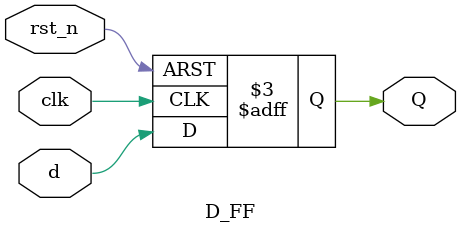
<source format=v>
module D_FF (d,rst_n,clk,Q) ; 

//Ports Declaration 
input d,rst_n,clk;
output reg Q;

always @(posedge clk or negedge rst_n) begin 

	if (~rst_n)   
		Q<=1'b0;   
	else 
		Q<=d; 
	 
end 
endmodule 
</source>
